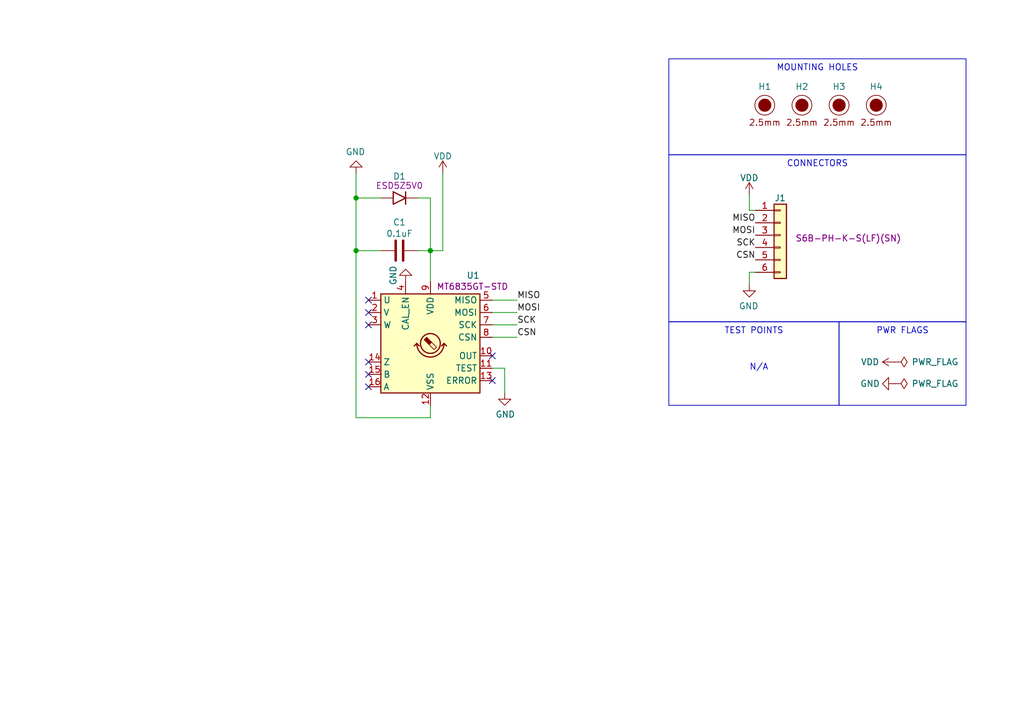
<source format=kicad_sch>
(kicad_sch (version 20230121) (generator eeschema)
  (paper "A5")
  (title_block (title "ABSIS Hall Sensor") (date "2023-04-19") (rev "4") (company "www.openhornet.com") (comment 1 "License:  CC BY-NC-SA"))
  (lib_symbols
    (symbol "OH_Symbols:Capacitor_0603_0.1uF" (pin_numbers hide) (pin_names (offset 0.254))
      (property "Reference" "C" (at 0.635 2.54 0))
      (property "Value" "0.1uF" (at 0.635 -2.54 0))
      (symbol "Capacitor_0603_0.1uF_0_1"
        (polyline (pts (xy -2.032 -0.762) (xy 2.032 -0.762)) (stroke (width 0.508)))
        (polyline (pts (xy -2.032 0.762) (xy 2.032 0.762)) (stroke (width 0.508)))
      )
      (symbol "Capacitor_0603_0.1uF_1_1"
        (pin passive line (at 0 3.81 270) (length 2.794) (name "~") (number "1"))
        (pin passive line (at 0 -3.81 90) (length 2.794) (name "~") (number "2"))
      )
    )
    (symbol "OH_Symbols:ESD5Z5V0" (pin_numbers hide) (pin_names (offset 1.016) hide)
      (property "Reference" "D" (at 0 4.318 0))
      (property "Manufacturer PN" "ESD5Z5V0" (at 0 2.54 0))
      (symbol "ESD5Z5V0_0_1"
        (polyline (pts (xy -1.27 1.27) (xy -1.27 1.27) (xy -1.27 -1.27)) (stroke (width 0.254)))
        (polyline (pts (xy 1.27 1.27) (xy 1.27 -1.27) (xy -1.27 0) (xy 1.27 1.27)) (stroke (width 0.254)))
      )
      (symbol "ESD5Z5V0_1_1"
        (pin passive line (at -3.81 0 0) (length 2.54) (name "A1") (number "1"))
        (pin passive line (at 3.81 0 180) (length 2.54) (name "A2") (number "2"))
      )
    )
    (symbol "OH_Symbols:JST_PH_01x06" (pin_names (offset 1.016) hide)
      (property "Reference" "J" (at 0 7.62 0))
      (property "Manufacturer PN" "S6B-PH-K-S(LF)(SN)" (at 0 -10.922 0))
      (symbol "JST_PH_01x06_1_1"
        (rectangle (start -1.27 -7.493) (end 0 -7.747) (stroke (width 0.1524)))
        (rectangle (start -1.27 -4.953) (end 0 -5.207) (stroke (width 0.1524)))
        (rectangle (start -1.27 -2.413) (end 0 -2.667) (stroke (width 0.1524)))
        (rectangle (start -1.27 0.127) (end 0 -0.127) (stroke (width 0.1524)))
        (rectangle (start -1.27 2.667) (end 0 2.413) (stroke (width 0.1524)))
        (rectangle (start -1.27 5.207) (end 0 4.953) (stroke (width 0.1524)))
        (rectangle (start -1.27 6.35) (end 1.27 -8.89) (stroke (width 0.254)) (fill (type background)))
        (pin passive line (at -5.08 5.08 0) (length 3.81) (name "Pin_1") (number "1"))
        (pin passive line (at -5.08 2.54 0) (length 3.81) (name "Pin_2") (number "2"))
        (pin passive line (at -5.08 0 0) (length 3.81) (name "Pin_3") (number "3"))
        (pin passive line (at -5.08 -2.54 0) (length 3.81) (name "Pin_4") (number "4"))
        (pin passive line (at -5.08 -5.08 0) (length 3.81) (name "Pin_5") (number "5"))
        (pin passive line (at -5.08 -7.62 0) (length 3.81) (name "Pin_6") (number "6"))
      )
    )
    (symbol "OH_Symbols:MT6835GT"
      (property "Reference" "U1" (at 10.16 13.97 0))
      (property "Manufacturer PN" "MT6835GT-STD" (at 8.636 11.684 0))
      (symbol "MT6835GT_0_0"
        (pin output line (at -12.7 8.89 0) (length 2.54) (name "U") (number "1"))
        (pin output line (at 12.7 -2.54 180) (length 2.54) (name "OUT") (number "10"))
        (pin input line (at 12.7 -5.08 180) (length 2.54) (name "TEST") (number "11"))
        (pin power_in line (at 0 -12.7 90) (length 2.54) (name "VSS") (number "12"))
        (pin output line (at 12.7 -7.62 180) (length 2.54) (name "ERROR") (number "13"))
        (pin output line (at -12.7 -3.81 0) (length 2.54) (name "Z") (number "14"))
        (pin output line (at -12.7 -6.35 0) (length 2.54) (name "B") (number "15"))
        (pin output line (at -12.7 -8.89 0) (length 2.54) (name "A") (number "16"))
        (pin output line (at -12.7 6.35 0) (length 2.54) (name "V") (number "2"))
        (pin output line (at -12.7 3.81 0) (length 2.54) (name "W") (number "3"))
        (pin output line (at 12.7 8.89 180) (length 2.54) (name "MISO") (number "5"))
        (pin bidirectional line (at 12.7 6.35 180) (length 2.54) (name "MOSI") (number "6"))
        (pin input line (at 12.7 3.81 180) (length 2.54) (name "SCK") (number "7"))
        (pin input line (at 12.7 1.27 180) (length 2.54) (name "CSN") (number "8"))
        (pin power_in line (at 0 12.7 270) (length 2.54) (name "VDD") (number "9"))
      )
      (symbol "MT6835GT_0_1"
        (rectangle (start -10.16 10.16) (end 10.16 -10.16) (stroke (width 0.254)) (fill (type background)))
        (arc (start -2.794 0) (mid 0 -2.7819) (end 2.794 0) (stroke (width 0.254)))
        (polyline (pts (xy -2.794 0) (xy -3.302 -0.508)) (stroke (width 0.254)))
        (polyline (pts (xy -2.794 0) (xy -2.286 -0.508)) (stroke (width 0.254)))
        (polyline (pts (xy 2.794 0) (xy 2.286 -0.508)) (stroke (width 0.254)))
        (polyline (pts (xy 2.794 0) (xy 3.302 -0.508)) (stroke (width 0.254)))
        (polyline (pts (xy 0.254 0.254) (xy 1.27 -0.762) (xy 0.762 -1.27) (xy -0.254 -0.254)))
        (polyline (pts (xy -0.762 1.27) (xy 0.254 0.254) (xy -0.254 -0.254) (xy -1.27 0.762) (xy -1.016 1.016) (xy -0.762 1.27) (xy -0.635 1.143)) (fill (type outline)))
        (circle (center 0 0) (radius 2.032) (stroke (width 0.254)))
      )
      (symbol "MT6835GT_1_0"
        (pin input line (at -5.08 12.7 270) (length 2.54) (name "CAL_EN") (number "4"))
      )
    )
    (symbol "OH_Symbols:MountingHole_2.5mm" (pin_numbers hide) (pin_names (offset 0) hide) (in_bom no)
      (property "Reference" "H" (at 0 3.81 0))
      (symbol "MountingHole_2.5mm_0_0"
        (circle (center 0 0) (radius 1.27) (fill (type outline)))
        (circle (center 0 0) (radius 2.032))
      )
      (symbol "MountingHole_2.5mm_1_1"
        (text "2.5mm" (at 0 -3.556 0) (effects (font (size 1.27 1.27))))
      )
    )
    (symbol "power:GND" (power) (pin_names (offset 0))
      (property "Value" "GND" (at 0 -3.81 0))
      (symbol "GND_0_1"
        (polyline (pts (xy 0 0) (xy 0 -1.27) (xy 1.27 -1.27) (xy 0 -2.54) (xy -1.27 -1.27) (xy 0 -1.27)))
      )
      (symbol "GND_1_1"
        (pin power_in line (at 0 0 270) (length 0) hide (name "GND") (number "1"))
      )
    )
    (symbol "power:PWR_FLAG" (power) (pin_numbers hide) (pin_names (offset 0) hide)
      (property "Value" "PWR_FLAG" (at 0 3.81 0))
      (symbol "PWR_FLAG_0_0"
        (pin power_out line (at 0 0 90) (length 0) (name "pwr") (number "1"))
      )
      (symbol "PWR_FLAG_0_1"
        (polyline (pts (xy 0 0) (xy 0 1.27) (xy -1.016 1.905) (xy 0 2.54) (xy 1.016 1.905) (xy 0 1.27)))
      )
    )
    (symbol "power:VDD" (power) (pin_names (offset 0))
      (property "Value" "VDD" (at 0 3.81 0))
      (symbol "VDD_0_1"
        (polyline (pts (xy -0.762 1.27) (xy 0 2.54)))
        (polyline (pts (xy 0 0) (xy 0 2.54)))
        (polyline (pts (xy 0 2.54) (xy 0.762 1.27)))
      )
      (symbol "VDD_1_1"
        (pin power_in line (at 0 0 90) (length 0) hide (name "VDD") (number "1"))
      )
    )
  )
  (junction (at 88.265 51.435))
  (junction (at 73.025 51.435))
  (junction (at 73.025 40.64))
  (no_connect (at 100.965 78.105))
  (no_connect (at 75.565 76.835))
  (no_connect (at 75.565 74.295))
  (no_connect (at 75.565 79.375))
  (no_connect (at 75.565 66.675))
  (no_connect (at 75.565 61.595))
  (no_connect (at 75.565 64.135))
  (no_connect (at 100.965 73.025))
  (wire (pts (xy 154.94 55.88) (xy 153.67 55.88)))
  (wire (pts (xy 88.265 40.64) (xy 85.725 40.64)))
  (wire (pts (xy 73.025 40.64) (xy 73.025 51.435)))
  (wire (pts (xy 153.67 55.88) (xy 153.67 58.42)))
  (wire (pts (xy 100.965 61.595) (xy 106.045 61.595)))
  (wire (pts (xy 103.505 75.565) (xy 103.505 80.645)))
  (wire (pts (xy 100.965 66.675) (xy 106.045 66.675)))
  (wire (pts (xy 88.265 51.435) (xy 88.265 57.785)))
  (wire (pts (xy 88.265 40.64) (xy 88.265 51.435)))
  (wire (pts (xy 90.805 35.56) (xy 90.805 51.435)))
  (wire (pts (xy 73.025 85.725) (xy 73.025 51.435)))
  (wire (pts (xy 73.025 40.64) (xy 78.105 40.64)))
  (wire (pts (xy 73.025 51.435) (xy 78.105 51.435)))
  (wire (pts (xy 100.965 75.565) (xy 103.505 75.565)))
  (wire (pts (xy 106.045 69.215) (xy 100.965 69.215)))
  (wire (pts (xy 154.94 43.18) (xy 153.67 43.18)))
  (wire (pts (xy 88.265 83.185) (xy 88.265 85.725)))
  (wire (pts (xy 88.265 85.725) (xy 73.025 85.725)))
  (wire (pts (xy 88.265 51.435) (xy 90.805 51.435)))
  (wire (pts (xy 73.025 35.56) (xy 73.025 40.64)))
  (wire (pts (xy 106.045 64.135) (xy 100.965 64.135)))
  (wire (pts (xy 88.265 51.435) (xy 85.725 51.435)))
  (wire (pts (xy 153.67 43.18) (xy 153.67 40.005)))
  (text_box "MOUNTING HOLES" (at 137.16 12.065 0) (size 60.96 19.685) (effects (font (size 1.27 1.27)) (justify top)))
  (text_box "PWR FLAGS" (at 172.085 66.04 0) (size 26.035 17.145) (effects (font (size 1.27 1.27)) (justify top)))
  (text_box "CONNECTORS" (at 137.16 31.75 0) (size 60.96 34.29) (effects (font (size 1.27 1.27)) (justify top)))
  (text_box "TEST POINTS" (at 137.16 66.04 0) (size 34.925 17.145) (effects (font (size 1.27 1.27)) (justify top)))
  (text "N/A" (at 153.67 76.2 0) (effects (font (size 1.27 1.27)) (justify left bottom)))
  (label "CSN" (at 106.045 69.215 0))
  (label "SCK" (at 106.045 66.675 0))
  (label "MOSI" (at 154.94 48.26 180))
  (label "MOSI" (at 106.045 64.135 0))
  (label "CSN" (at 154.94 53.34 180))
  (label "MISO" (at 106.045 61.595 0))
  (label "SCK" (at 154.94 50.8 180))
  (label "MISO" (at 154.94 45.72 180))
  (symbol (lib_id "power:GND") (at 183.515 78.74 270) (unit 1)
    (property "Reference" "#PWR0101" (effects hide))
    (property "Value" "GND" (at 178.435 78.74 90))
  )
  (symbol (lib_id "power:PWR_FLAG") (at 183.515 74.295 270) (unit 1)
    (property "Reference" "#FLG0101" (effects hide))
    (property "Value" "PWR_FLAG" (at 191.77 74.295 90))
  )
  (symbol (lib_id "power:PWR_FLAG") (at 183.515 78.74 270) (unit 1)
    (property "Reference" "#FLG0102" (effects hide))
    (property "Value" "PWR_FLAG" (at 191.77 78.74 90))
  )
  (symbol (lib_id "OH_Symbols:MountingHole_2.5mm") (at 156.845 21.59 0) (unit 1) (in_bom no)
    (property "Reference" "H1" (at 156.845 17.78 0))
    (property "Value" "2.5mm" (effects hide))
    (property "Footprint" "OH_Footprints:MountingHole_2.5mm" (effects hide))
  )
  (symbol (lib_id "OH_Symbols:MountingHole_2.5mm") (at 164.465 21.59 0) (unit 1) (in_bom no)
    (property "Reference" "H2" (at 164.465 17.78 0))
    (property "Value" "2.5mm" (effects hide))
    (property "Footprint" "OH_Footprints:MountingHole_2.5mm" (effects hide))
  )
  (symbol (lib_id "OH_Symbols:MountingHole_2.5mm") (at 172.085 21.59 0) (unit 1) (in_bom no)
    (property "Reference" "H3" (at 172.085 17.78 0))
    (property "Value" "2.5mm" (effects hide))
    (property "Footprint" "OH_Footprints:MountingHole_2.5mm" (effects hide))
  )
  (symbol (lib_id "OH_Symbols:MountingHole_2.5mm") (at 179.705 21.59 0) (unit 1) (in_bom no)
    (property "Reference" "H4" (at 179.705 17.78 0))
    (property "Value" "2.5mm" (effects hide))
    (property "Footprint" "OH_Footprints:MountingHole_2.5mm" (effects hide))
  )
  (symbol (lib_id "OH_Symbols:JST_PH_01x06") (at 160.02 48.26 0) (unit 1)
    (property "Reference" "J1" (at 160.02 40.64 0))
    (property "Value" "JST_PH_01x06" (effects hide))
    (property "Footprint" "OH_Footprints:JST_PH_S6B-PH-K_1x06_P2.00mm_Horizontal" (effects hide))
    (property "Datasheet" "https://datasheet.lcsc.com/lcsc/1810261108_JST-Sales-America-S6B-PH-K-S-GW-LF-SN_C265105.pdf" (effects hide))
    (property "LCSC" "C265105" (effects hide))
    (property "Manufacturer PN" "S6B-PH-K-S(LF)(SN)" (at 173.99 48.895 0))
  )
  (symbol (lib_id "power:GND") (at 153.67 58.42 0) (mirror y) (unit 1)
    (property "Reference" "#PWR06" (effects hide))
    (property "Value" "GND" (at 153.543 62.8142 0))
  )
  (symbol (lib_id "OH_Symbols:MT6835GT") (at 88.265 70.485 0) (unit 1)
    (property "Reference" "U1" (at 98.425 56.515 0) (effects (justify right)))
    (property "Value" "IC" (effects hide))
    (property "Footprint" "OH_Footprints:TSSOP-16_4.4x5mm_P0.65mm" (effects hide))
    (property "Datasheet" "https://www.magntek.com.cn/upload/MT6835_Rev.1.3.pdf" (effects hide))
    (property "LCSC" "C2932578" (effects hide))
    (property "Manufacturer PN" "MT6835GT-STD" (at 96.901 58.801 0))
  )
  (symbol (lib_id "OH_Symbols:Capacitor_0603_0.1uF") (at 81.915 51.435 270) (unit 1)
    (property "Reference" "C1" (at 81.915 45.6184 90))
    (property "Value" "0.1uF" (at 81.915 47.9298 90))
    (property "Footprint" "OH_Footprints:C_0603_1608Metric" (effects hide))
    (property "Datasheet" "https://datasheet.lcsc.com/szlcsc/YAGEO-CC0603KRX7R9BB104_C14663.pdf" (effects hide))
    (property "LCSC" "C14663" (effects hide))
    (property "Manufacturer PN" "CC0603KRX7R9BB104" (effects hide))
  )
  (symbol (lib_id "power:GND") (at 73.025 35.56 180) (unit 1)
    (property "Reference" "#PWR0103" (effects hide))
    (property "Value" "GND" (at 72.898 31.1658 0))
  )
  (symbol (lib_id "power:GND") (at 103.505 80.645 0) (unit 1)
    (property "Reference" "#PWR0104" (effects hide))
    (property "Value" "GND" (at 103.632 85.0392 0))
  )
  (symbol (lib_id "power:GND") (at 83.185 57.785 180) (unit 1)
    (property "Reference" "#PWR0105" (effects hide))
    (property "Value" "GND" (at 80.645 56.515 90))
  )
  (symbol (lib_id "OH_Symbols:ESD5Z5V0") (at 81.915 40.64 0) (mirror y) (unit 1)
    (property "Reference" "D1" (at 81.915 36.195 0))
    (property "Value" "5A" (effects hide))
    (property "Footprint" "OH_Footprints:D_SOD-523" (effects hide))
    (property "Datasheet" "https://datasheet.lcsc.com/lcsc/1809291921_Tak-Cheong-ESD5Z5V0_C248788.pdf" (effects hide))
    (property "LCSC" "C248788" (effects hide))
    (property "Manufacturer PN" "ESD5Z5V0" (at 81.915 38.1 0))
  )
  (symbol (lib_id "power:VDD") (at 183.515 74.295 90) (unit 1)
    (property "Reference" "#PWR01" (effects hide))
    (property "Value" "VDD" (at 178.435 74.295 90))
  )
  (symbol (lib_id "power:VDD") (at 153.67 40.005 0) (mirror y) (unit 1)
    (property "Reference" "#PWR02" (effects hide))
    (property "Value" "VDD" (at 153.67 36.5031 0))
  )
  (symbol (lib_id "power:VDD") (at 90.805 35.56 0) (unit 1)
    (property "Reference" "#PWR03" (effects hide))
    (property "Value" "VDD" (at 90.805 32.0581 0))
  )
)
</source>
